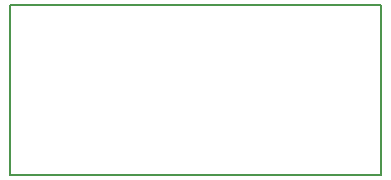
<source format=gm1>
G04 #@! TF.FileFunction,Profile,NP*
%FSLAX46Y46*%
G04 Gerber Fmt 4.6, Leading zero omitted, Abs format (unit mm)*
G04 Created by KiCad (PCBNEW 4.0.1-stable) date 4/19/2016 1:19:53 PM*
%MOMM*%
G01*
G04 APERTURE LIST*
%ADD10C,0.100000*%
%ADD11C,0.150000*%
G04 APERTURE END LIST*
D10*
D11*
X16129000Y-17272000D02*
X16129000Y-31623000D01*
X47498000Y-17272000D02*
X47498000Y-31623000D01*
X16129000Y-31623000D02*
X47498000Y-31623000D01*
X16129000Y-17272000D02*
X47498000Y-17272000D01*
M02*

</source>
